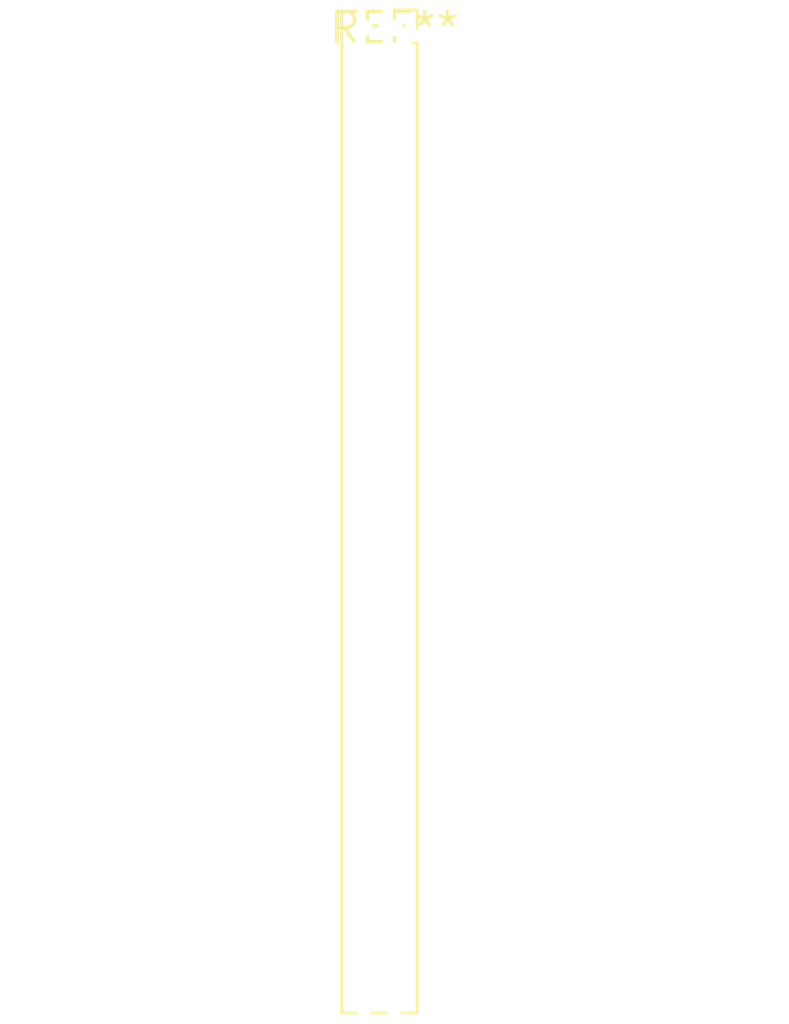
<source format=kicad_pcb>
(kicad_pcb (version 20240108) (generator pcbnew)
  (layers (0 "F.Cu" signal) (31 "B.Cu" signal) (34 "B.Paste" user) (35 "F.Paste" user) (36 "B.SilkS" user "B.Silkscreen") (37 "F.SilkS" user "F.Silkscreen") (38 "B.Mask" user) (39 "F.Mask" user) (44 "Edge.Cuts" user))
  (net 0 "")
  (footprint "PinSocket_2x33_P1.27mm_Vertical" (layer "F.Cu") (at 0 0)
    (property "Reference" "REF**")
    (property "Value" "PinSocket_2x33_P1.27mm_Vertical")
    (fp_line (start -2.22 -0.695) (end -2.22 41.335) (layer "F.SilkS") (stroke (width 0.12)))
    (fp_line (start -2.22 -0.695) (end -1.57753 -0.695) (layer "F.SilkS") (stroke (width 0.12)))
    (fp_line (start -2.22 41.335) (end -1.57753 41.335) (layer "F.SilkS") (stroke (width 0.12)))
    (fp_line (start -0.96247 -0.695) (end -0.76 -0.695) (layer "F.SilkS") (stroke (width 0.12)))
    (fp_line (start -0.96247 41.335) (end -0.30753 41.335) (layer "F.SilkS") (stroke (width 0.12)))
    (fp_line (start 0 -0.76) (end 0.95 -0.76) (layer "F.SilkS") (stroke (width 0.12)))
    (fp_line (start 0.30753 41.335) (end 0.95 41.335) (layer "F.SilkS") (stroke (width 0.12)))
    (fp_line (start 0.76 0.635) (end 0.95 0.635) (layer "F.SilkS") (stroke (width 0.12)))
    (fp_line (start 0.95 -0.76) (end 0.95 0) (layer "F.SilkS") (stroke (width 0.12)))
    (fp_line (start 0.95 0.635) (end 0.95 41.335) (layer "F.SilkS") (stroke (width 0.12)))
    (pad "1" thru_hole rect (at 0 0) (size 1 1) (drill 0.7) (layers *.Cu *.Mask) (remove_unused_layers))
    (pad "2" thru_hole oval (at -1.27 0) (size 1 1) (drill 0.7) (layers *.Cu *.Mask) (remove_unused_layers))
    (pad "3" thru_hole oval (at 0 1.27) (size 1 1) (drill 0.7) (layers *.Cu *.Mask) (remove_unused_layers))
    (pad "4" thru_hole oval (at -1.27 1.27) (size 1 1) (drill 0.7) (layers *.Cu *.Mask) (remove_unused_layers))
    (pad "5" thru_hole oval (at 0 2.54) (size 1 1) (drill 0.7) (layers *.Cu *.Mask) (remove_unused_layers))
    (pad "6" thru_hole oval (at -1.27 2.54) (size 1 1) (drill 0.7) (layers *.Cu *.Mask) (remove_unused_layers))
    (pad "7" thru_hole oval (at 0 3.81) (size 1 1) (drill 0.7) (layers *.Cu *.Mask) (remove_unused_layers))
    (pad "8" thru_hole oval (at -1.27 3.81) (size 1 1) (drill 0.7) (layers *.Cu *.Mask) (remove_unused_layers))
    (pad "9" thru_hole oval (at 0 5.08) (size 1 1) (drill 0.7) (layers *.Cu *.Mask) (remove_unused_layers))
    (pad "10" thru_hole oval (at -1.27 5.08) (size 1 1) (drill 0.7) (layers *.Cu *.Mask) (remove_unused_layers))
    (pad "11" thru_hole oval (at 0 6.35) (size 1 1) (drill 0.7) (layers *.Cu *.Mask) (remove_unused_layers))
    (pad "12" thru_hole oval (at -1.27 6.35) (size 1 1) (drill 0.7) (layers *.Cu *.Mask) (remove_unused_layers))
    (pad "13" thru_hole oval (at 0 7.62) (size 1 1) (drill 0.7) (layers *.Cu *.Mask) (remove_unused_layers))
    (pad "14" thru_hole oval (at -1.27 7.62) (size 1 1) (drill 0.7) (layers *.Cu *.Mask) (remove_unused_layers))
    (pad "15" thru_hole oval (at 0 8.89) (size 1 1) (drill 0.7) (layers *.Cu *.Mask) (remove_unused_layers))
    (pad "16" thru_hole oval (at -1.27 8.89) (size 1 1) (drill 0.7) (layers *.Cu *.Mask) (remove_unused_layers))
    (pad "17" thru_hole oval (at 0 10.16) (size 1 1) (drill 0.7) (layers *.Cu *.Mask) (remove_unused_layers))
    (pad "18" thru_hole oval (at -1.27 10.16) (size 1 1) (drill 0.7) (layers *.Cu *.Mask) (remove_unused_layers))
    (pad "19" thru_hole oval (at 0 11.43) (size 1 1) (drill 0.7) (layers *.Cu *.Mask) (remove_unused_layers))
    (pad "20" thru_hole oval (at -1.27 11.43) (size 1 1) (drill 0.7) (layers *.Cu *.Mask) (remove_unused_layers))
    (pad "21" thru_hole oval (at 0 12.7) (size 1 1) (drill 0.7) (layers *.Cu *.Mask) (remove_unused_layers))
    (pad "22" thru_hole oval (at -1.27 12.7) (size 1 1) (drill 0.7) (layers *.Cu *.Mask) (remove_unused_layers))
    (pad "23" thru_hole oval (at 0 13.97) (size 1 1) (drill 0.7) (layers *.Cu *.Mask) (remove_unused_layers))
    (pad "24" thru_hole oval (at -1.27 13.97) (size 1 1) (drill 0.7) (layers *.Cu *.Mask) (remove_unused_layers))
    (pad "25" thru_hole oval (at 0 15.24) (size 1 1) (drill 0.7) (layers *.Cu *.Mask) (remove_unused_layers))
    (pad "26" thru_hole oval (at -1.27 15.24) (size 1 1) (drill 0.7) (layers *.Cu *.Mask) (remove_unused_layers))
    (pad "27" thru_hole oval (at 0 16.51) (size 1 1) (drill 0.7) (layers *.Cu *.Mask) (remove_unused_layers))
    (pad "28" thru_hole oval (at -1.27 16.51) (size 1 1) (drill 0.7) (layers *.Cu *.Mask) (remove_unused_layers))
    (pad "29" thru_hole oval (at 0 17.78) (size 1 1) (drill 0.7) (layers *.Cu *.Mask) (remove_unused_layers))
    (pad "30" thru_hole oval (at -1.27 17.78) (size 1 1) (drill 0.7) (layers *.Cu *.Mask) (remove_unused_layers))
    (pad "31" thru_hole oval (at 0 19.05) (size 1 1) (drill 0.7) (layers *.Cu *.Mask) (remove_unused_layers))
    (pad "32" thru_hole oval (at -1.27 19.05) (size 1 1) (drill 0.7) (layers *.Cu *.Mask) (remove_unused_layers))
    (pad "33" thru_hole oval (at 0 20.32) (size 1 1) (drill 0.7) (layers *.Cu *.Mask) (remove_unused_layers))
    (pad "34" thru_hole oval (at -1.27 20.32) (size 1 1) (drill 0.7) (layers *.Cu *.Mask) (remove_unused_layers))
    (pad "35" thru_hole oval (at 0 21.59) (size 1 1) (drill 0.7) (layers *.Cu *.Mask) (remove_unused_layers))
    (pad "36" thru_hole oval (at -1.27 21.59) (size 1 1) (drill 0.7) (layers *.Cu *.Mask) (remove_unused_layers))
    (pad "37" thru_hole oval (at 0 22.86) (size 1 1) (drill 0.7) (layers *.Cu *.Mask) (remove_unused_layers))
    (pad "38" thru_hole oval (at -1.27 22.86) (size 1 1) (drill 0.7) (layers *.Cu *.Mask) (remove_unused_layers))
    (pad "39" thru_hole oval (at 0 24.13) (size 1 1) (drill 0.7) (layers *.Cu *.Mask) (remove_unused_layers))
    (pad "40" thru_hole oval (at -1.27 24.13) (size 1 1) (drill 0.7) (layers *.Cu *.Mask) (remove_unused_layers))
    (pad "41" thru_hole oval (at 0 25.4) (size 1 1) (drill 0.7) (layers *.Cu *.Mask) (remove_unused_layers))
    (pad "42" thru_hole oval (at -1.27 25.4) (size 1 1) (drill 0.7) (layers *.Cu *.Mask) (remove_unused_layers))
    (pad "43" thru_hole oval (at 0 26.67) (size 1 1) (drill 0.7) (layers *.Cu *.Mask) (remove_unused_layers))
    (pad "44" thru_hole oval (at -1.27 26.67) (size 1 1) (drill 0.7) (layers *.Cu *.Mask) (remove_unused_layers))
    (pad "45" thru_hole oval (at 0 27.94) (size 1 1) (drill 0.7) (layers *.Cu *.Mask) (remove_unused_layers))
    (pad "46" thru_hole oval (at -1.27 27.94) (size 1 1) (drill 0.7) (layers *.Cu *.Mask) (remove_unused_layers))
    (pad "47" thru_hole oval (at 0 29.21) (size 1 1) (drill 0.7) (layers *.Cu *.Mask) (remove_unused_layers))
    (pad "48" thru_hole oval (at -1.27 29.21) (size 1 1) (drill 0.7) (layers *.Cu *.Mask) (remove_unused_layers))
    (pad "49" thru_hole oval (at 0 30.48) (size 1 1) (drill 0.7) (layers *.Cu *.Mask) (remove_unused_layers))
    (pad "50" thru_hole oval (at -1.27 30.48) (size 1 1) (drill 0.7) (layers *.Cu *.Mask) (remove_unused_layers))
    (pad "51" thru_hole oval (at 0 31.75) (size 1 1) (drill 0.7) (layers *.Cu *.Mask) (remove_unused_layers))
    (pad "52" thru_hole oval (at -1.27 31.75) (size 1 1) (drill 0.7) (layers *.Cu *.Mask) (remove_unused_layers))
    (pad "53" thru_hole oval (at 0 33.02) (size 1 1) (drill 0.7) (layers *.Cu *.Mask) (remove_unused_layers))
    (pad "54" thru_hole oval (at -1.27 33.02) (size 1 1) (drill 0.7) (layers *.Cu *.Mask) (remove_unused_layers))
    (pad "55" thru_hole oval (at 0 34.29) (size 1 1) (drill 0.7) (layers *.Cu *.Mask) (remove_unused_layers))
    (pad "56" thru_hole oval (at -1.27 34.29) (size 1 1) (drill 0.7) (layers *.Cu *.Mask) (remove_unused_layers))
    (pad "57" thru_hole oval (at 0 35.56) (size 1 1) (drill 0.7) (layers *.Cu *.Mask) (remove_unused_layers))
    (pad "58" thru_hole oval (at -1.27 35.56) (size 1 1) (drill 0.7) (layers *.Cu *.Mask) (remove_unused_layers))
    (pad "59" thru_hole oval (at 0 36.83) (size 1 1) (drill 0.7) (layers *.Cu *.Mask) (remove_unused_layers))
    (pad "60" thru_hole oval (at -1.27 36.83) (size 1 1) (drill 0.7) (layers *.Cu *.Mask) (remove_unused_layers))
    (pad "61" thru_hole oval (at 0 38.1) (size 1 1) (drill 0.7) (layers *.Cu *.Mask) (remove_unused_layers))
    (pad "62" thru_hole oval (at -1.27 38.1) (size 1 1) (drill 0.7) (layers *.Cu *.Mask) (remove_unused_layers))
    (pad "63" thru_hole oval (at 0 39.37) (size 1 1) (drill 0.7) (layers *.Cu *.Mask) (remove_unused_layers))
    (pad "64" thru_hole oval (at -1.27 39.37) (size 1 1) (drill 0.7) (layers *.Cu *.Mask) (remove_unused_layers))
    (pad "65" thru_hole oval (at 0 40.64) (size 1 1) (drill 0.7) (layers *.Cu *.Mask) (remove_unused_layers))
    (pad "66" thru_hole oval (at -1.27 40.64) (size 1 1) (drill 0.7) (layers *.Cu *.Mask) (remove_unused_layers))
  )
)
</source>
